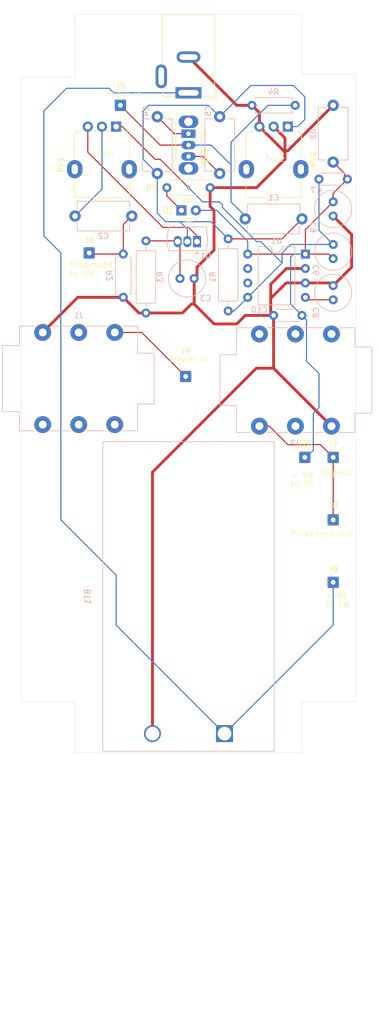
<source format=kicad_pcb>
(kicad_pcb (version 20240108) (generator "pcbnew") (generator_version "8.0")
  (layers (0 "F.Cu" signal) (31 "B.Cu" signal) (34 "B.Paste" user) (35 "F.Paste" user) (36 "B.SilkS" user "B.Silkscreen") (37 "F.SilkS" user "F.Silkscreen") (38 "B.Mask" user) (39 "F.Mask" user) (44 "Edge.Cuts" user))
  (net 0 "")
  (net 1 "+9V")
  (net 2 "0")
  (net 3 "Net-(C2-Pad2)")
  (net 4 "Audio In")
  (net 5 "Net-(SW1-C)")
  (net 6 "Net-(Q1-B)")
  (net 7 "Net-(Q1-C)")
  (net 8 "Net-(Q1-E)")
  (net 9 "Net-(SW1-A)")
  (net 12 "-9V")
  (net 13 "Net-(U1-CAP-)")
  (net 14 "Net-(D1-K)")
  (net 15 "Net-(J4-Pin_1)")
  (net 16 "Processed to SW")
  (net 17 "Power from 9V")
  (net 18 "Net-(J7-Pin_1)")
  (footprint "Connector_Wire:SolderWire-0.25sqmm_1x01_D0.65mm_OD2mm" (layer "F.Cu") (at 133 63.25)
    (property "Reference" "J6" (at 0 -2.2 0) (layer "F.SilkS"))
    (property "Value" "Processed to SW")
    (pad "1" thru_hole roundrect (at 0 0) (size 2 2) (drill 0.85) (layers "*.Cu" "*.Mask") (roundrect_rratio 0.125) (net 16 "Processed to SW"))
  )
  (footprint "Connector_Wire:SolderWire-0.25sqmm_1x01_D0.65mm_OD2mm" (layer "F.Cu") (at 138.5 37.25)
    (property "Reference" "J5" (at 0 -3.5 0) (layer "F.SilkS"))
    (property "Value" "Audio In")
    (pad "1" thru_hole roundrect (at 0 0) (size 2 2) (drill 0.85) (layers "*.Cu" "*.Mask") (roundrect_rratio 0.125) (net 4 "Audio In"))
  )
  (footprint "Button_Switch_THT:SW_Slide_SPDT_Straight_CK_OS102011MS2Q" (layer "F.Cu") (at 150.5 42.25 -90)
    (property "Reference" "SW1" (at 3.99 -2.99 90) (layer "F.SilkS"))
    (property "Value" "SW_Nidec_CAS-120A1")
    (fp_line (start -2.41 2.26) (end -2.41 1.95) (stroke (width 0.12)) (layer "F.SilkS"))
    (fp_line (start 6.41 2.26) (end -2.41 2.26) (stroke (width 0.12)) (layer "F.SilkS"))
    (fp_line (start 6.41 2.26) (end 6.41 1.95) (stroke (width 0.12)) (layer "F.SilkS"))
    (fp_line (start -2.41 -1.95) (end -2.41 -2.26) (stroke (width 0.12)) (layer "F.SilkS"))
    (fp_line (start -2.41 -2.26) (end 6.41 -2.26) (stroke (width 0.12)) (layer "F.SilkS"))
    (fp_line (start 6.41 -2.26) (end 6.41 -1.95) (stroke (width 0.12)) (layer "F.SilkS"))
    (fp_line (start 0 -2.46) (end 0.5 -2.96) (stroke (width 0.12)) (layer "F.SilkS"))
    (fp_line (start -0.5 -2.96) (end 0 -2.46) (stroke (width 0.12)) (layer "F.SilkS"))
    (fp_line (start 0.5 -2.96) (end -0.5 -2.96) (stroke (width 0.12)) (layer "F.SilkS"))
    (pad "" thru_hole oval (at -2.1 0 270) (size 2.2 3.5) (drill 1.5) (layers "*.Cu" "*.Mask"))
    (pad "" thru_hole oval (at 6.1 0 270) (size 2.2 3.5) (drill 1.5) (layers "*.Cu" "*.Mask"))
    (pad "1" thru_hole rect (at 0 0 270) (size 1.5 2.5) (drill 0.8) (layers "*.Cu" "*.Mask") (net 5 "Net-(SW1-C)"))
    (pad "2" thru_hole oval (at 2 0 270) (size 1.5 2.5) (drill 0.8) (layers "*.Cu" "*.Mask") (net 4 "Audio In"))
    (pad "3" thru_hole oval (at 4 0 270) (size 1.5 2.5) (drill 0.8) (layers "*.Cu" "*.Mask") (net 9 "Net-(SW1-A)"))
  )
  (footprint "LED_THT:LED_D3.0mm" (layer "F.Cu") (at 149.25 55.75)
    (property "Reference" "D1" (at -2.25 0 0) (layer "F.SilkS"))
    (property "Value" "LED")
    (fp_line (start -0.29 -1.236) (end -0.29 -1.08) (stroke (width 0.12)) (layer "F.SilkS"))
    (fp_line (start -0.29 1.08) (end -0.29 1.236) (stroke (width 0.12)) (layer "F.SilkS"))
    (fp_arc (start -0.29 -1.235516) (mid 1.366487 -1.987659) (end 2.942335 -1.078608) (stroke (width 0.12)) (layer "F.SilkS"))
    (fp_arc (start 0.229039 -1.08) (mid 1.270117 -1.5) (end 2.31113 -1.079837) (stroke (width 0.12)) (layer "F.SilkS"))
    (fp_arc (start 2.31113 1.079837) (mid 1.270117 1.5) (end 0.229039 1.08) (stroke (width 0.12)) (layer "F.SilkS"))
    (fp_arc (start 2.942335 1.078608) (mid 1.366487 1.987659) (end -0.29 1.235516) (stroke (width 0.12)) (layer "F.SilkS"))
    (pad "1" thru_hole rect (at 0 0) (size 1.8 1.8) (drill 0.9) (layers "*.Cu" "*.Mask") (net 14 "Net-(D1-K)"))
    (pad "2" thru_hole circle (at 2.54 0) (size 1.8 1.8) (drill 0.9) (layers "*.Cu" "*.Mask") (net 1 "+9V"))
  )
  (footprint "Connector_BarrelJack:BarrelJack_GCT_DCJ200-10-A_Horizontal" (layer "F.Cu") (at 150.5 35.05 180)
    (property "Reference" "J3" (hide yes))
    (property "Value" "Jack-DC")
    (fp_line (start 4.6 13.8) (end -4.6 13.8) (stroke (width 0.12)) (layer "F.SilkS"))
    (fp_line (start 4.6 5.2) (end 4.6 13.8) (stroke (width 0.12)) (layer "F.SilkS"))
    (fp_line (start 4.6 -0.7) (end 4.6 0.6) (stroke (width 0.12)) (layer "F.SilkS"))
    (fp_line (start 2.6 -0.7) (end 4.6 -0.7) (stroke (width 0.12)) (layer "F.SilkS"))
    (fp_line (start -3.2 -1) (end -4.9 -1) (stroke (width 0.12)) (layer "F.SilkS"))
    (fp_line (start -4.6 13.8) (end -4.6 -0.7) (stroke (width 0.12)) (layer "F.SilkS"))
    (fp_line (start -4.6 -0.7) (end -2.6 -0.7) (stroke (width 0.12)) (layer "F.SilkS"))
    (fp_line (start -4.9 -1) (end -4.9 0.3) (stroke (width 0.12)) (layer "F.SilkS"))
    (pad "1" thru_hole rect (at 0 0 180) (size 4.6 2) (drill oval 3.6 1) (layers "*.Cu" "*.Mask") (net 17 "Power from 9V"))
    (pad "2" thru_hole oval (at 0 6.3 180) (size 4.2 2) (drill oval 3.2 1) (layers "*.Cu" "*.Mask") (net 2 "0"))
    (pad "3" thru_hole oval (at 4.8 2.9 180) (size 2 4.2) (drill oval 1 3.2) (layers "*.Cu" "*.Mask"))
  )
  (footprint "Connector_Wire:SolderWire-0.25sqmm_1x01_D0.65mm_OD2mm" (layer "F.Cu") (at 176 99.25)
    (property "Reference" "J7" (at 0 -2.25 0) (layer "F.SilkS"))
    (property "Value" "Bypass")
    (pad "1" thru_hole roundrect (at 0 0) (size 2 2) (drill 0.85) (layers "*.Cu" "*.Mask") (roundrect_rratio 0.125) (net 18 "Net-(J7-Pin_1)"))
  )
  (footprint "Connector_Wire:SolderWire-0.25sqmm_1x01_D0.65mm_OD2mm" (layer "F.Cu") (at 176 110.25)
    (property "Reference" "J8" (at 0 -2.5 0) (layer "F.SilkS"))
    (property "Value" "Processed Out")
    (pad "1" thru_hole roundrect (at 0 0) (size 2 2) (drill 0.85) (layers "*.Cu" "*.Mask") (roundrect_rratio 0.125) (net 18 "Net-(J7-Pin_1)"))
  )
  (footprint "Resistor_THT:R_Axial_DIN0207_L6.3mm_D2.5mm_P7.62mm_Horizontal" (layer "F.Cu") (at 146.69 51.75)
    (property "Reference" "R5" (at -2.69 0 0) (layer "F.SilkS"))
    (property "Value" "10K")
    (fp_line (start 0.54 -1.37) (end 7.08 -1.37) (stroke (width 0.12)) (layer "F.SilkS"))
    (fp_line (start 0.54 -1.04) (end 0.54 -1.37) (stroke (width 0.12)) (layer "F.SilkS"))
    (fp_line (start 0.54 1.04) (end 0.54 1.37) (stroke (width 0.12)) (layer "F.SilkS"))
    (fp_line (start 0.54 1.37) (end 7.08 1.37) (stroke (width 0.12)) (layer "F.SilkS"))
    (fp_line (start 7.08 -1.37) (end 7.08 -1.04) (stroke (width 0.12)) (layer "F.SilkS"))
    (fp_line (start 7.08 1.37) (end 7.08 1.04) (stroke (width 0.12)) (layer "F.SilkS"))
    (pad "1" thru_hole circle (at 0 0) (size 1.6 1.6) (drill 0.8) (layers "*.Cu" "*.Mask") (net 14 "Net-(D1-K)"))
    (pad "2" thru_hole oval (at 7.62 0) (size 1.6 1.6) (drill 0.8) (layers "*.Cu" "*.Mask") (net 2 "0"))
  )
  (footprint "Connector_Wire:SolderWire-0.25sqmm_1x01_D0.65mm_OD2mm" (layer "F.Cu") (at 176 121.25)
    (property "Reference" "J9" (at 0 -2.2 0) (layer "F.SilkS"))
    (property "Value" "Power from 9V to SW")
    (pad "1" thru_hole roundrect (at 0 0) (size 2 2) (drill 0.85) (layers "*.Cu" "*.Mask") (roundrect_rratio 0.125) (net 17 "Power from 9V"))
  )
  (footprint "Potentiometer_THT:Potentiometer_Alpha_RD901F-40-00D_Single_Vertical" (layer "F.Cu") (at 137.75 41 -90)
    (property "Reference" "RV1" (at 6.71 9.75 90) (layer "F.SilkS"))
    (property "Value" "10KA")
    (fp_line (start 0.88 7.37) (end 5.6 7.37) (stroke (width 0.12)) (layer "F.SilkS"))
    (fp_line (start 0.88 7.37) (end 0.88 5.88) (stroke (width 0.12)) (layer "F.SilkS"))
    (fp_line (start 9.41 7.37) (end 12.47 7.37) (stroke (width 0.12)) (layer "F.SilkS"))
    (fp_line (start 12.47 7.37) (end 12.47 -2.37) (stroke (width 0.12)) (layer "F.SilkS"))
    (fp_line (start 0.88 4.16) (end 0.88 3.33) (stroke (width 0.12)) (layer "F.SilkS"))
    (fp_line (start 0.88 1.71) (end 0.88 1.18) (stroke (width 0.12)) (layer "F.SilkS"))
    (fp_line (start 0.88 -1.19) (end 0.88 -2.37) (stroke (width 0.12)) (layer "F.SilkS"))
    (fp_line (start 9.41 -2.37) (end 12.47 -2.37) (stroke (width 0.12)) (layer "F.SilkS"))
    (fp_line (start 0.88 -2.38) (end 5.6 -2.38) (stroke (width 0.12)) (layer "F.SilkS"))
    (pad "" thru_hole oval (at 7.5 -2.3) (size 2.72 3.24) (drill oval 1.1 1.8) (layers "*.Cu" "*.Mask"))
    (pad "" thru_hole oval (at 7.5 7.3) (size 2.72 3.24) (drill oval 1.1 1.8) (layers "*.Cu" "*.Mask"))
    (pad "1" thru_hole rect (at 0 0) (size 1.8 1.8) (drill 1) (layers "*.Cu" "*.Mask") (net 12 "-9V"))
    (pad "2" thru_hole circle (at 0 2.5) (size 1.8 1.8) (drill 1) (layers "*.Cu" "*.Mask") (net 3 "Net-(C2-Pad2)"))
    (pad "3" thru_hole circle (at 0 5) (size 1.8 1.8) (drill 1) (layers "*.Cu" "*.Mask") (net 7 "Net-(Q1-C)"))
  )
  (footprint "Connector_Wire:SolderWire-0.25sqmm_1x01_D0.65mm_OD2mm" (layer "F.Cu") (at 150 85)
    (property "Reference" "J4" (at 0 -4.5 0) (layer "F.SilkS"))
    (property "Value" "Signal In")
    (pad "1" thru_hole roundrect (at 0 0) (size 2 2) (drill 0.85) (layers "*.Cu" "*.Mask") (roundrect_rratio 0.125) (net 15 "Net-(J4-Pin_1)"))
  )
  (footprint "Connector_Wire:SolderWire-0.25sqmm_1x01_D0.65mm_OD2mm" (layer "F.Cu") (at 171 99.25)
    (property "Reference" "J10" (at 0 -2.5 0) (layer "F.SilkS"))
    (property "Value" "Power from SW to PS")
    (pad "1" thru_hole roundrect (at 0 0) (size 2 2) (drill 0.85) (layers "*.Cu" "*.Mask") (roundrect_rratio 0.125) (net 1 "+9V"))
  )
  (footprint "Potentiometer_THT:Potentiometer_Alpha_RD901F-40-00D_Single_Vertical" (layer "F.Cu") (at 168 41 -90)
    (property "Reference" "RV2" (at 5.75 -4.5 90) (layer "F.SilkS"))
    (property "Value" "100K")
    (fp_line (start 0.88 7.37) (end 5.6 7.37) (stroke (width 0.12)) (layer "F.SilkS"))
    (fp_line (start 0.88 7.37) (end 0.88 5.88) (stroke (width 0.12)) (layer "F.SilkS"))
    (fp_line (start 9.41 7.37) (end 12.47 7.37) (stroke (width 0.12)) (layer "F.SilkS"))
    (fp_line (start 12.47 7.37) (end 12.47 -2.37) (stroke (width 0.12)) (layer "F.SilkS"))
    (fp_line (start 0.88 4.16) (end 0.88 3.33) (stroke (width 0.12)) (layer "F.SilkS"))
    (fp_line (start 0.88 1.71) (end 0.88 1.18) (stroke (width 0.12)) (layer "F.SilkS"))
    (fp_line (start 0.88 -1.19) (end 0.88 -2.37) (stroke (width 0.12)) (layer "F.SilkS"))
    (fp_line (start 9.41 -2.37) (end 12.47 -2.37) (stroke (width 0.12)) (layer "F.SilkS"))
    (fp_line (start 0.88 -2.38) (end 5.6 -2.38) (stroke (width 0.12)) (layer "F.SilkS"))
    (pad "" thru_hole oval (at 7.5 -2.3) (size 2.72 3.24) (drill oval 1.1 1.8) (layers "*.Cu" "*.Mask"))
    (pad "" thru_hole oval (at 7.5 7.3) (size 2.72 3.24) (drill oval 1.1 1.8) (layers "*.Cu" "*.Mask"))
    (pad "1" thru_hole rect (at 0 0) (size 1.8 1.8) (drill 1) (layers "*.Cu" "*.Mask") (net 6 "Net-(Q1-B)"))
    (pad "2" thru_hole circle (at 0 2.5) (size 1.8 1.8) (drill 1) (layers "*.Cu" "*.Mask") (net 2 "0"))
    (pad "3" thru_hole circle (at 0 5) (size 1.8 1.8) (drill 1) (layers "*.Cu" "*.Mask") (net 2 "0"))
  )
  (footprint "Capacitor_THT:C_Disc_D4.3mm_W1.9mm_P5.00mm" (layer "B.Cu") (at 178.5 50.25 180)
    (property "Reference" "C7" (at 5.5 -2 0) (layer "B.SilkS") (effects (justify mirror)))
    (property "Value" "100n")
    (fp_line (start 4.77 1.07) (end 0.23 1.07) (stroke (width 0.12)) (layer "B.SilkS"))
    (fp_line (start 4.77 1.055) (end 4.77 1.07) (stroke (width 0.12)) (layer "B.SilkS"))
    (fp_line (start 4.77 -1.07) (end 4.77 -1.055) (stroke (width 0.12)) (layer "B.SilkS"))
    (fp_line (start 4.77 -1.07) (end 0.23 -1.07) (stroke (width 0.12)) (layer "B.SilkS"))
    (fp_line (start 0.23 1.055) (end 0.23 1.07) (stroke (width 0.12)) (layer "B.SilkS"))
    (fp_line (start 0.23 -1.07) (end 0.23 -1.055) (stroke (width 0.12)) (layer "B.SilkS"))
    (pad "1" thru_hole circle (at 0 0 180) (size 1.6 1.6) (drill 0.8) (layers "*.Cu" "*.Mask") (net 1 "+9V"))
    (pad "2" thru_hole circle (at 5 0 180) (size 1.6 1.6) (drill 0.8) (layers "*.Cu" "*.Mask") (net 12 "-9V"))
  )
  (footprint "Package_TO_SOT_THT:NEC_Molded_7x4x9mm" (layer "B.Cu") (at 152 61.25 180)
    (property "Reference" "Q1" (at -1.5 -2.5 0) (layer "B.SilkS") (effects (justify mirror)))
    (property "Value" "OC44")
    (fp_line (start 5.3 0) (end 5 -1.6) (stroke (width 0.12)) (layer "B.SilkS"))
    (fp_line (start 5 2.6) (end 5.3 0) (stroke (width 0.12)) (layer "B.SilkS"))
    (fp_line (start 5 -1.6) (end -1.6 -1.6) (stroke (width 0.12)) (layer "B.SilkS"))
    (fp_line (start 0.381 -2.159) (end -0.381 -2.159) (stroke (width 0.12)) (layer "B.SilkS"))
    (fp_line (start 0 -1.778) (end 0.381 -2.159) (stroke (width 0.12)) (layer "B.SilkS"))
    (fp_line (start -0.381 -2.159) (end 0 -1.778) (stroke (width 0.12)) (layer "B.SilkS"))
    (fp_line (start -1.6 -1.6) (end -1.9 0) (stroke (width 0.12)) (layer "B.SilkS"))
    (fp_line (start -1.65 2.6) (end 5 2.6) (stroke (width 0.12)) (layer "B.SilkS"))
    (fp_line (start -1.9 0) (end -1.65 2.6) (stroke (width 0.12)) (layer "B.SilkS"))
    (pad "1" thru_hole rect (at 0 0) (size 1.4 2) (drill 1) (layers "*.Cu" "*.Mask") (net 7 "Net-(Q1-C)"))
    (pad "2" thru_hole oval (at 1.7 0) (size 1.4 2) (drill 1) (layers "*.Cu" "*.Mask") (net 6 "Net-(Q1-B)"))
    (pad "3" thru_hole oval (at 3.4 0) (size 1.4 2) (drill 1) (layers "*.Cu" "*.Mask") (net 8 "Net-(Q1-E)"))
  )
  (footprint "Package_DIP:DIP-8_W10.16mm" (layer "B.Cu") (at 171.1 63.45 180)
    (property "Reference" "U1" (at 5.08 2.33 0) (layer "B.SilkS") (effects (justify mirror)))
    (property "Value" "MAX1044")
    (fp_line (start 8.315 1.33) (end 8.315 -8.95) (stroke (width 0.12)) (layer "B.SilkS"))
    (fp_line (start 8.315 -8.95) (end 1.845 -8.95) (stroke (width 0.12)) (layer "B.SilkS"))
    (fp_line (start 6.08 1.33) (end 8.315 1.33) (stroke (width 0.12)) (layer "B.SilkS"))
    (fp_line (start 1.845 1.33) (end 4.08 1.33) (stroke (width 0.12)) (layer "B.SilkS"))
    (fp_line (start 1.845 -8.95) (end 1.845 1.33) (stroke (width 0.12)) (layer "B.SilkS"))
    (fp_arc (start 4.08 1.33) (mid 5.08 0.33) (end 6.08 1.33) (stroke (width 0.12)) (layer "B.SilkS"))
    (pad "1" thru_hole rect (at 0 0 180) (size 1.6 1.6) (drill 0.8) (layers "*.Cu" "*.Mask") (net 1 "+9V"))
    (pad "2" thru_hole oval (at 0 -2.54 180) (size 1.6 1.6) (drill 0.8) (layers "*.Cu" "*.Mask") (net 2 "0"))
    (pad "3" thru_hole oval (at 0 -5.08 180) (size 1.6 1.6) (drill 0.8) (layers "*.Cu" "*.Mask") (net 2 "0"))
    (pad "4" thru_hole oval (at 0 -7.62 180) (size 1.6 1.6) (drill 0.8) (layers "*.Cu" "*.Mask") (net 13 "Net-(U1-CAP-)"))
    (pad "5" thru_hole oval (at 10.16 -7.62 180) (size 1.6 1.6) (drill 0.8) (layers "*.Cu" "*.Mask") (net 12 "-9V"))
    (pad "6" thru_hole oval (at 10.16 -5.08 180) (size 1.6 1.6) (drill 0.8) (layers "*.Cu" "*.Mask"))
    (pad "7" thru_hole oval (at 10.16 -2.54 180) (size 1.6 1.6) (drill 0.8) (layers "*.Cu" "*.Mask"))
    (pad "8" thru_hole oval (at 10.16 0 180) (size 1.6 1.6) (drill 0.8) (layers "*.Cu" "*.Mask") (net 1 "+9V"))
  )
  (footprint "Resistor_THT:R_Axial_DIN0309_L9.0mm_D3.2mm_P12.70mm_Horizontal" (layer "B.Cu") (at 157.5 73.472 90)
    (property "Reference" "R1" (at 5.972 -2.75 90) (layer "B.SilkS") (effects (justify mirror)))
    (property "Value" "470")
    (fp_line (start 10.97 -1.72) (end 1.73 -1.72) (stroke (width 0.12)) (layer "B.SilkS"))
    (fp_line (start 1.73 -1.72) (end 1.73 1.72) (stroke (width 0.12)) (layer "B.SilkS"))
    (fp_line (start 10.97 0) (end 11.66 0) (stroke (width 0.12)) (layer "B.SilkS"))
    (fp_line (start 1.73 0) (end 1.04 0) (stroke (width 0.12)) (layer "B.SilkS"))
    (fp_line (start 10.97 1.72) (end 10.97 -1.72) (stroke (width 0.12)) (layer "B.SilkS"))
    (fp_line (start 1.73 1.72) (end 10.97 1.72) (stroke (width 0.12)) (layer "B.SilkS"))
    (pad "1" thru_hole circle (at 0 0 90) (size 1.6 1.6) (drill 0.8) (layers "*.Cu" "*.Mask") (net 12 "-9V"))
    (pad "2" thru_hole oval (at 12.7 0 90) (size 1.6 1.6) (drill 0.8) (layers "*.Cu" "*.Mask") (net 6 "Net-(Q1-B)"))
  )
  (footprint "Capacitor_THT:C_Disc_D4.3mm_W1.9mm_P5.00mm" (layer "B.Cu") (at 165.5 74.25)
    (property "Reference" "C10" (at -2.5 -1 0) (layer "B.SilkS") (effects (justify mirror)))
    (property "Value" "100n")
    (fp_line (start 0.23 -1.07) (end 0.23 -1.055) (stroke (width 0.12)) (layer "B.SilkS"))
    (fp_line (start 0.23 1.055) (end 0.23 1.07) (stroke (width 0.12)) (layer "B.SilkS"))
    (fp_line (start 4.77 -1.07) (end 0.23 -1.07) (stroke (width 0.12)) (layer "B.SilkS"))
    (fp_line (start 4.77 -1.07) (end 4.77 -1.055) (stroke (width 0.12)) (layer "B.SilkS"))
    (fp_line (start 4.77 1.055) (end 4.77 1.07) (stroke (width 0.12)) (layer "B.SilkS"))
    (fp_line (start 4.77 1.07) (end 0.23 1.07) (stroke (width 0.12)) (layer "B.SilkS"))
    (pad "1" thru_hole circle (at 0 0) (size 1.6 1.6) (drill 0.8) (layers "*.Cu" "*.Mask") (net 2 "0"))
    (pad "2" thru_hole circle (at 5 0) (size 1.6 1.6) (drill 0.8) (layers "*.Cu" "*.Mask") (net 1 "+9V"))
  )
  (footprint "Resistor_THT:R_Axial_DIN0207_L6.3mm_D2.5mm_P7.62mm_Horizontal" (layer "B.Cu") (at 139 63.44 -90)
    (property "Reference" "R2" (at 3.81 2.37 90) (layer "B.SilkS") (effects (justify mirror)))
    (property "Value" "1M")
    (fp_line (start 0.54 1.37) (end 0.54 1.04) (stroke (width 0.12)) (layer "B.SilkS"))
    (fp_line (start 7.08 1.37) (end 0.54 1.37) (stroke (width 0.12)) (layer "B.SilkS"))
    (fp_line (start 7.08 1.04) (end 7.08 1.37) (stroke (width 0.12)) (layer "B.SilkS"))
    (fp_line (start 7.08 -1.04) (end 7.08 -1.37) (stroke (width 0.12)) (layer "B.SilkS"))
    (fp_line (start 0.54 -1.37) (end 0.54 -1.04) (stroke (width 0.12)) (layer "B.SilkS"))
    (fp_line (start 7.08 -1.37) (end 0.54 -1.37) (stroke (width 0.12)) (layer "B.SilkS"))
    (pad "1" thru_hole circle (at 0 0 270) (size 1.6 1.6) (drill 0.8) (layers "*.Cu" "*.Mask") (net 16 "Processed to SW"))
    (pad "2" thru_hole oval (at 7.62 0 270) (size 1.6 1.6) (drill 0.8) (layers "*.Cu" "*.Mask") (net 2 "0"))
  )
  (footprint "Capacitor_THT:C_Disc_D9.0mm_W5.0mm_P10.00mm" (layer "B.Cu") (at 145 49.25 90)
    (property "Reference" "C4" (at 11 -2 90) (layer "B.SilkS") (effects (justify mirror)))
    (property "Value" "10n")
    (fp_line (start 9.62 -2.62) (end 0.38 -2.62) (stroke (width 0.12)) (layer "B.SilkS"))
    (fp_line (start 9.62 -2.62) (end 9.62 -1.256) (stroke (width 0.12)) (layer "B.SilkS"))
    (fp_line (start 0.38 -2.62) (end 0.38 -1.256) (stroke (width 0.12)) (layer "B.SilkS"))
    (fp_line (start 9.62 1.256) (end 9.62 2.62) (stroke (width 0.12)) (layer "B.SilkS"))
    (fp_line (start 0.38 1.256) (end 0.38 2.62) (stroke (width 0.12)) (layer "B.SilkS"))
    (fp_line (start 9.62 2.62) (end 0.38 2.62) (stroke (width 0.12)) (layer "B.SilkS"))
    (pad "1" thru_hole circle (at 0 0 90) (size 2 2) (drill 1) (layers "*.Cu" "*.Mask") (net 6 "Net-(Q1-B)"))
    (pad "2" thru_hole circle (at 10 0 90) (size 2 2) (drill 1) (layers "*.Cu" "*.Mask") (net 5 "Net-(SW1-C)"))
  )
  (footprint "Capacitor_THT:C_Disc_D9.0mm_W5.0mm_P10.00mm" (layer "B.Cu") (at 140.5 56.75 180)
    (property "Reference" "C2" (at 5 -3.5 0) (layer "B.SilkS") (effects (justify mirror)))
    (property "Value" "10n")
    (fp_line (start 9.62 2.62) (end 0.38 2.62) (stroke (width 0.12)) (layer "B.SilkS"))
    (fp_line (start 9.62 1.256) (end 9.62 2.62) (stroke (width 0.12)) (layer "B.SilkS"))
    (fp_line (start 9.62 -2.62) (end 9.62 -1.256) (stroke (width 0.12)) (layer "B.SilkS"))
    (fp_line (start 9.62 -2.62) (end 0.38 -2.62) (stroke (width 0.12)) (layer "B.SilkS"))
    (fp_line (start 0.38 1.256) (end 0.38 2.62) (stroke (width 0.12)) (layer "B.SilkS"))
    (fp_line (start 0.38 -2.62) (end 0.38 -1.256) (stroke (width 0.12)) (layer "B.SilkS"))
    (pad "1" thru_hole circle (at 0 0 180) (size 2 2) (drill 1) (layers "*.Cu" "*.Mask") (net 16 "Processed to SW"))
    (pad "2" thru_hole circle (at 10 0 180) (size 2 2) (drill 1) (layers "*.Cu" "*.Mask") (net 3 "Net-(C2-Pad2)"))
  )
  (footprint "Capacitor_THT:C_Disc_D9.0mm_W5.0mm_P10.00mm" (layer "B.Cu") (at 156 39.25 -90)
    (property "Reference" "C5" (at -1 2 90) (layer "B.SilkS") (effects (justify mirror)))
    (property "Value" "5n")
    (fp_line (start 9.62 2.62) (end 0.38 2.62) (stroke (width 0.12)) (layer "B.SilkS"))
    (fp_line (start 0.38 1.256) (end 0.38 2.62) (stroke (width 0.12)) (layer "B.SilkS"))
    (fp_line (start 9.62 1.256) (end 9.62 2.62) (stroke (width 0.12)) (layer "B.SilkS"))
    (fp_line (start 0.38 -2.62) (end 0.38 -1.256) (stroke (width 0.12)) (layer "B.SilkS"))
    (fp_line (start 9.62 -2.62) (end 9.62 -1.256) (stroke (width 0.12)) (layer "B.SilkS"))
    (fp_line (start 9.62 -2.62) (end 0.38 -2.62) (stroke (width 0.12)) (layer "B.SilkS"))
    (pad "1" thru_hole circle (at 0 0 270) (size 2 2) (drill 1) (layers "*.Cu" "*.Mask") (net 6 "Net-(Q1-B)"))
    (pad "2" thru_hole circle (at 10 0 270) (size 2 2) (drill 1) (layers "*.Cu" "*.Mask") (net 9 "Net-(SW1-A)"))
  )
  (footprint "Resistor_THT:R_Axial_DIN0207_L6.3mm_D2.5mm_P7.62mm_Horizontal" (layer "B.Cu") (at 169.31 37.25 180)
    (property "Reference" "R4" (at 3.81 2.37 0) (layer "B.SilkS") (effects (justify mirror)))
    (property "Value" "1M")
    (fp_line (start 7.08 1.37) (end 0.54 1.37) (stroke (width 0.12)) (layer "B.SilkS"))
    (fp_line (start 7.08 1.04) (end 7.08 1.37) (stroke (width 0.12)) (layer "B.SilkS"))
    (fp_line (start 7.08 -1.04) (end 7.08 -1.37) (stroke (width 0.12)) (layer "B.SilkS"))
    (fp_line (start 7.08 -1.37) (end 0.54 -1.37) (stroke (width 0.12)) (layer "B.SilkS"))
    (fp_line (start 0.54 1.37) (end 0.54 1.04) (stroke (width 0.12)) (layer "B.SilkS"))
    (fp_line (start 0.54 -1.37) (end 0.54 -1.04) (stroke (width 0.12)) (layer "B.SilkS"))
    (pad "1" thru_hole circle (at 0 0 180) (size 1.6 1.6) (drill 0.8) (layers "*.Cu" "*.Mask") (net 4 "Audio In"))
    (pad "2" thru_hole oval (at 7.62 0 180) (size 1.6 1.6) (drill 0.8) (layers "*.Cu" "*.Mask") (net 2 "0"))
  )
  (footprint "Resistor_THT:R_Axial_DIN0309_L9.0mm_D3.2mm_P12.70mm_Horizontal" (layer "B.Cu") (at 143 61.122 -90)
    (property "Reference" "R3" (at 6.35 -2.5 90) (layer "B.SilkS") (effects (justify mirror)))
    (property "Value" "3.9K")
    (fp_line (start 1.73 1.72) (end 10.97 1.72) (stroke (width 0.12)) (layer "B.SilkS"))
    (fp_line (start 10.97 1.72) (end 10.97 -1.72) (stroke (width 0.12)) (layer "B.SilkS"))
    (fp_line (start 1.73 0) (end 1.04 0) (stroke (width 0.12)) (layer "B.SilkS"))
    (fp_line (start 10.97 0) (end 11.66 0) (stroke (width 0.12)) (layer "B.SilkS"))
    (fp_line (start 1.73 -1.72) (end 1.73 1.72) (stroke (width 0.12)) (layer "B.SilkS"))
    (fp_line (start 10.97 -1.72) (end 1.73 -1.72) (stroke (width 0.12)) (layer "B.SilkS"))
    (pad "1" thru_hole circle (at 0 0 270) (size 1.6 1.6) (drill 0.8) (layers "*.Cu" "*.Mask") (net 8 "Net-(Q1-E)"))
    (pad "2" thru_hole oval (at 12.7 0 270) (size 1.6 1.6) (drill 0.8) (layers "*.Cu" "*.Mask") (net 2 "0"))
  )
  (footprint "Battery:BatteryHolder_Eagle_12BH611-GR" (layer "B.Cu") (at 156.85 147.9 -90)
    (property "Reference" "BT1" (at -24.13 24.13 90) (layer "B.SilkS") (effects (justify mirror)))
    (property "Value" "9V")
    (fp_line (start -51.4 21.45) (end -51.4 -8.75) (stroke (width 0.12)) (layer "B.SilkS"))
    (fp_line (start 3.1 21.45) (end -51.4 21.45) (stroke (width 0.12)) (layer "B.SilkS"))
    (fp_line (start -51.4 -8.75) (end 3.1 -8.75) (stroke (width 0.12)) (layer "B.SilkS"))
    (fp_line (start 3.1 -8.75) (end 3.1 21.45) (stroke (width 0.12)) (layer "B.SilkS"))
    (pad "" np_thru_hole circle (at -38.9 17.45 270) (size 2.6 2.6) (drill 2.6) (layers "*.Cu" "*.Mask"))
    (pad "" np_thru_hole circle (at -24.15 -4.75 270) (size 2.6 2.6) (drill 2.6) (layers "*.Cu" "*.Mask"))
    (pad "" np_thru_hole circle (at -10.9 17.45 270) (size 2.6 2.6) (drill 2.6) (layers "*.Cu" "*.Mask"))
    (pad "1" thru_hole rect (at 0 0 270) (size 3 3) (drill 2.4) (layers "*.Cu" "*.Mask") (net 17 "Power from 9V"))
    (pad "2" thru_hole circle (at 0 12.7 270) (size 3 3) (drill 2.4) (layers "*.Cu" "*.Mask") (net 2 "0"))
  )
  (footprint "Capacitor_THT:C_Radial_D6.3mm_H11.0mm_P2.50mm" (layer "B.Cu") (at 176 64.25 90)
    (property "Reference" "C6" (at -2 -3 90) (layer "B.SilkS") (effects (justify mirror)))
    (property "Value" "47u")
    (fp_circle (center 1.25 0) (end 4.52 0) (stroke (width 0.12)) (fill none) (layer "B.SilkS"))
    (pad "1" thru_hole circle (at 0 0 90) (size 1.6 1.6) (drill 0.8) (layers "*.Cu" "*.Mask") (net 1 "+9V"))
    (pad "2" thru_hole circle (at 2.5 0 90) (size 1.6 1.6) (drill 0.8) (layers "*.Cu" "*.Mask") (net 12 "-9V"))
  )
  (footprint "Capacitor_THT:C_Radial_D6.3mm_H11.0mm_P2.50mm" (layer "B.Cu") (at 176 54.25 -90)
    (property "Reference" "C9" (at 4.5 3.5 90) (layer "B.SilkS") (effects (justify mirror)))
    (property "Value" "47u")
    (fp_circle (center 1.25 0) (end 4.52 0) (stroke (width 0.12)) (fill none) (layer "B.SilkS"))
    (pad "1" thru_hole circle (at 0 0 270) (size 1.6 1.6) (drill 0.8) (layers "*.Cu" "*.Mask") (net 1 "+9V"))
    (pad "2" thru_hole circle (at 2.5 0 270) (size 1.6 1.6) (drill 0.8) (layers "*.Cu" "*.Mask") (net 2 "0"))
  )
  (footprint "Capacitor_THT:C_Radial_D6.3mm_H11.0mm_P2.50mm" (layer "B.Cu") (at 176 69 -90)
    (property "Reference" "C8" (at 4.75 3 90) (layer "B.SilkS") (effects (justify mirror)))
    (property "Value" "47u")
    (fp_circle (center 1.25 0) (end 4.52 0) (stroke (width 0.12)) (fill none) (layer "B.SilkS"))
    (pad "1" thru_hole circle (at 0 0 270) (size 1.6 1.6) (drill 0.8) (layers "*.Cu" "*.Mask") (net 2 "0"))
    (pad "2" thru_hole circle (at 2.5 0 270) (size 1.6 1.6) (drill 0.8) (layers "*.Cu" "*.Mask") (net 13 "Net-(U1-CAP-)"))
  )
  (footprint "Connector_Audio:Jack_6.35mm_Neutrik_NMJ6HCD2_Horizontal" (layer "B.Cu") (at 137.5 77.25 180)
    (property "Reference" "J1" (at 6.35 3 0) (layer "B.SilkS") (effects (justify mirror)))
    (property "Value" "AudioJack2")
    (fp_line (start 19.82 -2.295) (end 19.82 -13.935) (stroke (width 0.12)) (layer "B.SilkS"))
    (fp_line (start 19.82 -2.295) (end 16.82 -2.295) (stroke (width 0.12)) (layer "B.SilkS"))
    (fp_line (start 19.82 -13.935) (end 16.82 -13.935) (stroke (width 0.12)) (layer "B.SilkS"))
    (fp_line (start 16.82 1.105) (end 16.82 -2.295) (stroke (width 0.12)) (layer "B.SilkS"))
    (fp_line (start 16.82 -13.935) (end 16.82 -17.335) (stroke (width 0.12)) (layer "B.SilkS"))
    (fp_line (start 14.1 1.105) (end 16.82 1.105) (stroke (width 0.12)) (layer "B.SilkS"))
    (fp_line (start 14.1 -17.335) (end 16.82 -17.335) (stroke (width 0.12)) (layer "B.SilkS"))
    (fp_line (start 11.3 1.105) (end 7.7 1.105) (stroke (width 0.12)) (layer "B.SilkS"))
    (fp_line (start 7.7 -17.335) (end 11.3 -17.335) (stroke (width 0.12)) (layer "B.SilkS"))
    (fp_line (start 5 1.105) (end 1.4 1.105) (stroke (width 0.12)) (layer "B.SilkS"))
    (fp_line (start 1.4 -17.335) (end 5 -17.335) (stroke (width 0.12)) (layer "B.SilkS"))
    (fp_line (start -1.4 1.105) (end -4.03 1.105) (stroke (width 0.12)) (layer "B.SilkS"))
    (fp_line (start -4.03 1.105) (end -4.03 -3.645) (stroke (width 0.12)) (layer "B.SilkS"))
    (fp_line (start -4.03 -3.645) (end -6.95 -3.645) (stroke (width 0.12)) (layer "B.SilkS"))
    (fp_line (start -4.03 -12.585) (end -4.03 -17.335) (stroke (width 0.12)) (layer "B.SilkS"))
    (fp_line (start -4.03 -12.585) (end -6.95 -12.585) (stroke (width 0.12)) (layer "B.SilkS"))
    (fp_line (start -4.03 -17.335) (end -1.4 -17.335) (stroke (width 0.12)) (layer "B.SilkS"))
    (fp_line (start -6.95 -3.645) (end -6.95 -12.545) (stroke (width 0.12)) (layer "B.SilkS"))
    (pad "R" thru_hole circle (at 6.35 0 180) (size 3 3) (drill 1.4) (layers "*.Cu" "*.Mask"))
    (pad "RN" thru_hole circle (at 6.35 -16.23 180) (size 3 3) (drill 1.4) (layers "*.Cu" "*.Mask"))
    (pad "S" thru_hole circle (at 12.7 0 180) (size 3 3) (drill 1.4) (layers "*.Cu" "*.Mask") (net 2 "0"))
    (pad "SN" thru_hole circle (at 12.7 -16.23 180) (size 3 3) (drill 1.4) (layers "*.Cu" "*.Mask"))
    (pad "T" thru_hole circle (at 0 0 180) (size 3 3) (drill 1.4) (layers "*.Cu" "*.Mask") (net 15 "Net-(J4-Pin_1)"))
    (pad "TN" thru_hole circle (at 0 -16.23 180) (size 3 3) (drill 1.4) (layers "*.Cu" "*.Mask"))
  )
  (footprint "Capacitor_THT:C_Disc_D9.0mm_W5.0mm_P10.00mm" (layer "B.Cu") (at 176 47.25 90)
    (property "Reference" "D2" (at 5 -3.5 90) (layer "B.SilkS") (effects (justify mirror)))
    (property "Value" "D1N4148")
    (fp_line (start 9.62 -2.62) (end 0.38 -2.62) (stroke (width 0.12)) (layer "B.SilkS"))
    (fp_line (start 9.62 -2.62) (end 9.62 -1.256) (stroke (width 0.12)) (layer "B.SilkS"))
    (fp_line (start 0.38 -2.62) (end 0.38 -1.256) (stroke (width 0.12)) (layer "B.SilkS"))
    (fp_line (start 9.62 1.256) (end 9.62 2.62) (stroke (width 0.12)) (layer "B.SilkS"))
    (fp_line (start 0.38 1.256) (end 0.38 2.62) (stroke (width 0.12)) (layer "B.SilkS"))
    (fp_line (start 9.62 2.62) (end 0.38 2.62) (stroke (width 0.12)) (layer "B.SilkS"))
    (pad "1" thru_hole circle (at 0 0 90) (size 2 2) (drill 1) (layers "*.Cu" "*.Mask") (net 1 "+9V"))
    (pad "2" thru_hole circle (at 10 0 90) (size 2 2) (drill 1) (layers "*.Cu" "*.Mask") (net 2 "0"))
  )
  (footprint "Capacitor_THT:C_Disc_D9.0mm_W5.0mm_P10.00mm" (layer "B.Cu") (at 170.5 57.25 180)
    (property "Reference" "C1" (at 5 3.75 0) (layer "B.SilkS") (effects (justify mirror)))
    (property "Value" "5n")
    (fp_line (start 9.62 2.62) (end 0.38 2.62) (stroke (width 0.12)) (layer "B.SilkS"))
    (fp_line (start 9.62 1.256) (end 9.62 2.62) (stroke (width 0.12)) (layer "B.SilkS"))
    (fp_line (start 9.62 -2.62) (end 9.62 -1.256) (stroke (width 0.12)) (layer "B.SilkS"))
    (fp_line (start 9.62 -2.62) (end 0.38 -2.62) (stroke (width 0.12)) (layer "B.SilkS"))
    (fp_line (start 0.38 1.256) (end 0.38 2.62) (stroke (width 0.12)) (layer "B.SilkS"))
    (fp_line (start 0.38 -2.62) (end 0.38 -1.256) (stroke (width 0.12)) (layer "B.SilkS"))
    (pad "1" thru_hole circle (at 0 0 180) (size 2 2) (drill 1) (layers "*.Cu" "*.Mask") (net 6 "Net-(Q1-B)"))
    (pad "2" thru_hole circle (at 10 0 180) (size 2 2) (drill 1) (layers "*.Cu" "*.Mask") (net 4 "Audio In"))
  )
  (footprint "Connector_Audio:Jack_6.35mm_Neutrik_NMJ6HCD2_Horizontal" (layer "B.Cu") (at 163 93.75)
    (property "Reference" "J2" (at 6.35 3 0) (layer "B.SilkS") (effects (justify mirror)))
    (property "Value" "AudioJack2")
    (fp_line (start -6.95 -3.645) (end -6.95 -12.545) (stroke (width 0.12)) (layer "B.SilkS"))
    (fp_line (start -4.03 -17.335) (end -1.4 -17.335) (stroke (width 0.12)) (layer "B.SilkS"))
    (fp_line (start -4.03 -12.585) (end -6.95 -12.585) (stroke (width 0.12)) (layer "B.SilkS"))
    (fp_line (start -4.03 -12.585) (end -4.03 -17.335) (stroke (width 0.12)) (layer "B.SilkS"))
    (fp_line (start -4.03 -3.645) (end -6.95 -3.645) (stroke (width 0.12)) (layer "B.SilkS"))
    (fp_line (start -4.03 1.105) (end -4.03 -3.645) (stroke (width 0.12)) (layer "B.SilkS"))
    (fp_line (start -1.4 1.105) (end -4.03 1.105) (stroke (width 0.12)) (layer "B.SilkS"))
    (fp_line (start 1.4 -17.335) (end 5 -17.335) (stroke (width 0.12)) (layer "B.SilkS"))
    (fp_line (start 5 1.105) (end 1.4 1.105) (stroke (width 0.12)) (layer "B.SilkS"))
    (fp_line (start 7.7 -17.335) (end 11.3 -17.335) (stroke (width 0.12)) (layer "B.SilkS"))
    (fp_line (start 11.3 1.105) (end 7.7 1.105) (stroke (width 0.12)) (layer "B.SilkS"))
    (fp_line (start 14.1 -17.335) (end 16.82 -17.335) (stroke (width 0.12)) (layer "B.SilkS"))
    (fp_line (start 14.1 1.105) (end 16.82 1.105) (stroke (width 0.12)) (layer "B.SilkS"))
    (fp_line (start 16.82 -13.935) (end 16.82 -17.335) (stroke (width 0.12)) (layer "B.SilkS"))
    (fp_line (start 16.82 1.105) (end 16.82 -2.295) (stroke (width 0.12)) (layer "B.SilkS"))
    (fp_line (start 19.82 -13.935) (end 16.82 -13.935) (stroke (width 0.12)) (layer "B.SilkS"))
    (fp_line (start 19.82 -2.295) (end 16.82 -2.295) (stroke (width 0.12)) (layer "B.SilkS"))
    (fp_line (start 19.82 -2.295) (end 19.82 -13.935) (stroke (width 0.12)) (layer "B.SilkS"))
    (pad "R" thru_hole circle (at 6.35 0) (size 3 3) (drill 1.4) (layers "*.Cu" "*.Mask"))
    (pad "RN" thru_hole circle (at 6.35 -16.23) (size 3 3) (drill 1.4) (layers "*.Cu" "*.Mask"))
    (pad "S" thru_hole circle (at 12.7 0) (size 3 3) (drill 1.4) (layers "*.Cu" "*.Mask") (net 2 "0"))
    (pad "SN" thru_hole circle (at 12.7 -16.23) (size 3 3) (drill 1.4) (layers "*.Cu" "*.Mask"))
    (pad "T" thru_hole circle (at 0 0) (size 3 3) (drill 1.4) (layers "*.Cu" "*.Mask") (net 18 "Net-(J7-Pin_1)"))
    (pad "TN" thru_hole circle (at 0 -16.23) (size 3 3) (drill 1.4) (layers "*.Cu" "*.Mask"))
  )
  (footprint "Capacitor_THT:C_Radial_D6.3mm_H11.0mm_P2.50mm" (layer "B.Cu") (at 151.5 67.75 180)
    (property "Reference" "C3" (at -2 -3.5 0) (layer "B.SilkS") (effects (justify mirror)))
    (property "Value" "47u")
    (fp_circle (center 1.25 0) (end 4.52 0) (stroke (width 0.12)) (fill none) (layer "B.SilkS"))
    (pad "1" thru_hole circle (at 0 0 180) (size 1.6 1.6) (drill 0.8) (layers "*.Cu" "*.Mask") (net 2 "0"))
    (pad "2" thru_hole circle (at 2.5 0 180) (size 1.6 1.6) (drill 0.8) (layers "*.Cu" "*.Mask") (net 8 "Net-(Q1-E)"))
  )
  (gr_poly (pts (xy 121 32.25) (xy 130.5 32.25) (xy 130.5 21.25) (xy 170.5 21.25) (xy 170.5 31.75) (xy 180 31.75) (xy 180 142.25) (xy 170.5 142.25) (xy 170.5 151.25) (xy 130.5 151.25) (xy 130.5 142.25) (xy 121 142.25)) (stroke (width 0.05)) (fill none) (layer "Edge.Cuts"))
  (gr_text "Level" (at 133.5 46.25 0) (layer "F.SilkS") (effects (font (size 1 1) (thickness 0.1)) (justify left bottom)))
  (gr_text "Audio In" (at 136 35.75 0) (layer "F.SilkS") (effects (font (size 1 1) (thickness 0.1)) (justify left bottom)))
  (gr_text "+ SW \nto PS" (at 168.5 104.5 0) (layer "F.SilkS") (effects (font (size 1 1) (thickness 0.1)) (justify left bottom)))
  (gr_text "Tone" (at 164 47.25 0) (layer "F.SilkS") (effects (font (size 1 1) (thickness 0.1)) (justify left bottom)))
  (gr_text "Bypass" (at 174 102.5 0) (layer "F.SilkS") (effects (font (size 1 1) (thickness 0.1)) (justify left bottom)))
  (gr_text "Processed\nto SW" (at 129.5 67.5 0) (layer "F.SilkS") (effects (font (size 1 1) (thickness 0.1)) (justify left bottom)))
  (gr_text "Processed Out" (at 168.5 113.25 0) (layer "F.SilkS") (effects (font (size 1 1) (thickness 0.1)) (justify left bottom)))
  (gr_text "Signal In" (at 147 82.5 0) (layer "F.SilkS") (effects (font (size 1 1) (thickness 0.1)) (justify left bottom)))
  (gr_text "+ 9V \nto SW" (at 174.5 125.75 0) (layer "F.SilkS") (effects (font (size 1 1) (thickness 0.1)) (justify left bottom)))
  (segment (start 171.1 63.45) (end 175.2 63.45) (width 0.2) (layer "F.Cu") (net 1))
  (segment (start 171.1 63.45) (end 160.94 63.45) (width 0.2) (layer "F.Cu") (net 1))
  (segment (start 176 52.75) (end 178.5 50.25) (width 0.2) (layer "F.Cu") (net 1))
  (segment (start 176 54.25) (end 171.1 59.15) (width 0.2) (layer "F.Cu") (net 1))
  (segment (start 178.5 50.25) (end 178 49.75) (width 0.2) (layer "F.Cu") (net 1))
  (segment (start 176 54.25) (end 176 52.75) (width 0.2) (layer "F.Cu") (net 1))
  (segment (start 178 49.25) (end 176 47.25) (width 0.2) (layer "F.Cu") (net 1))
  (segment (start 171.1 59.15) (end 171.1 63.45) (width 0.2) (layer "F.Cu") (net 1))
  (segment (start 175.2 63.45) (end 176 64.25) (width 0.2) (layer "F.Cu") (net 1))
  (segment (start 178 49.75) (end 178 49.25) (width 0.2) (layer "F.Cu") (net 1))
  (segment (start 160.94 63.45) (end 160.94 61.19) (width 0.2) (layer "B.Cu") (net 1))
  (segment (start 168.5 64) (end 169.05 63.45) (width 0.2) (layer "B.Cu") (net 1))
  (segment (start 169.05 63.45) (end 171.1 63.45) (width 0.2) (layer "B.Cu") (net 1))
  (segment (start 170.5 74.25) (end 171.299999 75.049999) (width 0.2) (layer "B.Cu") (net 1))
  (segment (start 155.5 55.75) (end 151.79 55.75) (width 0.2) (layer "B.Cu") (net 1))
  (segment (start 170.5 74.25) (end 168.5 72.25) (width 0.2) (layer "B.Cu") (net 1))
  (segment (start 172.5 98) (end 171.25 99.25) (width 0.2) (layer "B.Cu") (net 1))
  (segment (start 172.5 91.5) (end 172.5 98) (width 0.2) (layer "B.Cu") (net 1))
  (segment (start 171.299999 82.299999) (end 173.5 84.5) (width 0.2) (layer "B.Cu") (net 1))
  (segment (start 171.25 99.25) (end 171 99.25) (width 0.2) (layer "B.Cu") (net 1))
  (segment (start 173.5 90.5) (end 172.5 91.5) (width 0.2) (layer "B.Cu") (net 1))
  (segment (start 168.5 72.25) (end 168.5 64) (width 0.2) (layer "B.Cu") (net 1))
  (segment (start 173.5 84.5) (end 173.5 90.5) (width 0.2) (layer "B.Cu") (net 1))
  (segment (start 171.299999 75.049999) (end 171.299999 82.299999) (width 0.2) (layer "B.Cu") (net 1))
  (segment (start 160.94 61.19) (end 155.5 55.75) (width 0.2) (layer "B.Cu") (net 1))
  (segment (start 152 67.25) (end 152 65.75) (width 0.5) (layer "F.Cu") (net 2))
  (segment (start 151.5 72.25) (end 151.5 67.75) (width 0.5) (layer "F.Cu") (net 2))
  (segment (start 167.5 46.75) (end 167.5 45.5) (width 0.5) (layer "F.Cu") (net 2))
  (segment (start 139 71.06) (end 130.99 71.06) (width 0.5) (layer "F.Cu") (net 2))
  (segment (start 163 41) (end 163 38.56) (width 0.5) (layer "F.Cu") (net 2))
  (segment (start 171.1 68.53) (end 175.53 68.53) (width 0.5) (layer "F.Cu") (net 2))
  (segment (start 167.5 43) (end 165.5 41) (width 0.5) (layer "F.Cu") (net 2))
  (segment (start 162.5 51.75) (end 167.5 46.75) (width 0.5) (layer "F.Cu") (net 2))
  (segment (start 154.31 55.06) (end 154.31 51.75) (width 0.5) (layer "F.Cu") (net 2))
  (segment (start 162.45 83.55) (end 144.15 101.85) (width 0.5) (layer "F.Cu") (net 2))
  (segment (start 167.5 46.75) (end 167.5 45.25) (width 0.5) (layer "F.Cu") (net 2))
  (segment (start 176 69) (end 179.25 65.75) (width 0.5) (layer "F.Cu") (net 2))
  (segment (start 165 71.25) (end 167.72 68.53) (width 0.5) (layer "F.Cu") (net 2))
  (segment (start 167.5 45.25) (end 168 45.25) (width 0.5) (layer "F.Cu") (net 2))
  (segment (start 175.53 68.53) (end 176 69) (width 0.5) (layer "F.Cu") (net 2))
  (segment (start 165.5 83.55) (end 162.45 83.55) (width 0.5) (layer "F.Cu") (net 2))
  (segment (start 179.25 65.75) (end 179.25 60) (width 0.5) (layer "F.Cu") (net 2))
  (segment (start 167.5 45.5) (end 163 41) (width 0.5) (layer "F.Cu") (net 2))
  (segment (start 125 77.05) (end 124.8 77.25) (width 0.2) (layer "F.Cu") (net 2))
  (segment (start 141.762 73.822) (end 139 71.06) (width 0.5) (layer "F.Cu") (net 2))
  (segment (start 165.5 83.55) (end 175.7 93.75) (width 0.5) (layer "F.Cu") (net 2))
  (segment (start 160.5 74.25) (end 165.5 74.25) (width 0.5) (layer "F.Cu") (net 2))
  (segment (start 160.5 74.25) (end 159 75.75) (width 0.5) (layer "F.Cu") (net 2))
  (segment (start 130.99 71.06) (end 124.8 77.25) (width 0.5) (layer "F.Cu") (net 2))
  (segment (start 159 75.75) (end 155 75.75) (width 0.5) (layer "F.Cu") (net 2))
  (segment (start 151 72.25) (end 149.428 73.822) (width 0.5) (layer "F.Cu") (net 2))
  (segment (start 161.69 37.25) (end 159 37.25) (width 0.5) (layer "F.Cu") (net 2))
  (segment (start 165.5 74.25) (end 165.5 83.55) (width 0.5) (layer "F.Cu") (net 2))
  (segment (start 143 73.822) (end 141.762 73.822) (width 0.5) (layer "F.Cu") (net 2))
  (segment (start 179.25 60) (end 176 56.75) (width 0.5) (layer "F.Cu") (net 2))
  (segment (start 165 68.75) (end 167.76 65.99) (width 0.5) (layer "F.Cu") (net 2))
  (segment (start 163 38.56) (end 161.69 37.25) (width 0.5) (layer "F.Cu") (net 2))
  (segment (start 154.31 51.75) (end 162.5 51.75) (width 0.5) (layer "F.Cu") (net 2))
  (segment (start 152 65.75) (end 155 62.75) (width 0.5) (layer "F.Cu") (net 2))
  (segment (start 144.15 101.85) (end 144.15 147.9) (width 0.5) (layer "F.Cu") (net 2))
  (segment (start 155 55.75) (end 154.31 55.06) (width 0.5) (layer "F.Cu") (net 2))
  (segment (start 151.5 72.25) (end 151 72.25) (width 0.5) (layer "F.Cu") (net 2))
  (segment (start 159 37.25) (end 150.5 28.75) (width 0.5) (layer "F.Cu") (net 2))
  (segment (start 155 75.75) (end 151.5 72.25) (width 0.5) (layer "F.Cu") (net 2))
  (segment (start 167.76 65.99) (end 171.1 65.99) (width 0.5) (layer "F.Cu") (net 2))
  (segment (start 149.428 73.822) (end 143 73.822) (width 0.5) (layer "F.Cu") (net 2))
  (segment (start 165 74.25) (end 165 71.25) (width 0.5) (layer "F.Cu") (net 2))
  (segment (start 167.5 45.25) (end 167.5 43) (width 0.5) (layer "F.Cu") (net 2))
  (segment (start 151.5 67.75) (end 152 67.25) (width 0.5) (layer "F.Cu") (net 2))
  (segment (start 167.72 68.53) (end 171.1 68.53) (width 0.5) (layer "F.Cu") (net 2))
  (segment (start 165 74.25) (end 165 68.75) (width 0.5) (layer "F.Cu") (net 2))
  (segment (start 155 62.75) (end 155 55.75) (width 0.5) (layer "F.Cu") (net 2))
  (segment (start 168 45.25) (end 176 37.25) (width 0.5) (layer "F.Cu") (net 2))
  (segment (start 130.5 56.75) (end 135.25 52) (width 0.2) (layer "B.Cu") (net 3))
  (segment (start 135.25 52) (end 135.25 41) (width 0.2) (layer "B.Cu") (net 3))
  (segment (start 150.5 44.25) (end 145.5 44.25) (width 0.2) (layer "F.Cu") (net 4))
  (segment (start 145.5 44.25) (end 138.5 37.25) (width 0.2) (layer "F.Cu") (net 4))
  (segment (start 158 47.75) (end 154.5 44.25) (width 0.2) (layer "B.Cu") (net 4))
  (segment (start 158 43.75) (end 158 47.75) (width 0.2) (layer "B.Cu") (net 4))
  (segment (start 169.31 37.25) (end 164.5 37.25) (width 0.2) (layer "B.Cu") (net 4))
  (segment (start 160.5 57.25) (end 160.5 56.75) (width 0.2) (layer "B.Cu") (net 4))
  (segment (start 158 54.25) (end 158 47.75) (width 0.2) (layer "B.Cu") (net 4))
  (segment (start 164.5 37.25) (end 158 43.75) (width 0.2) (layer "B.Cu") (net 4))
  (segment (start 154.5 44.25) (end 150.5 44.25) (width 0.2) (layer "B.Cu") (net 4))
  (segment (start 160.5 56.75) (end 158 54.25) (width 0.2) (layer "B.Cu") (net 4))
  (segment (start 145 39.25) (end 148 42.25) (width 0.2) (layer "F.Cu") (net 5))
  (segment (start 148 42.25) (end 150.5 42.25) (width 0.2) (layer "F.Cu") (net 5))
  (segment (start 166.978 60.772) (end 170.5 57.25) (width 0.2) (layer "F.Cu") (net 6))
  (segment (start 157.5 60.772) (end 166.978 60.772) (width 0.2) (layer "F.Cu") (net 6))
  (segment (start 142.5 46.75) (end 145 49.25) (width 0.2) (layer "B.Cu") (net 6))
  (segment (start 161.5 33.75) (end 169 33.75) (width 0.2) (layer "B.Cu") (net 6))
  (segment (start 142.5 38.25) (end 142.5 46.75) (width 0.2) (layer "B.Cu") (net 6))
  (segment (start 154 37.25) (end 143.5 37.25) (width 0.2) (layer "B.Cu") (net 6))
  (segment (start 169 33.75) (end 171 35.75) (width 0.2) (layer "B.Cu") (net 6))
  (segment (start 143.5 37.25) (end 142.5 38.25) (width 0.2) (layer "B.Cu") (net 6))
  (segment (start 150.3 61.25) (end 150.3 59.05) (width 0.2) (layer "B.Cu") (net 6))
  (segment (start 171 39.75) (end 169.75 41) (width 0.2) (layer "B.Cu") (net 6))
  (segment (start 149 57.75) (end 146.5 57.75) (width 0.2) (layer "B.Cu") (net 6))
  (segment (start 146.5 57.75) (end 145 56.25) (width 0.2) (layer "B.Cu") (net 6))
  (segment (start 157.5 60.772) (end 154.478 57.75) (width 0.2) (layer "B.Cu") (net 6))
  (segment (start 171 35.75) (end 171 39.75) (width 0.2) (layer "B.Cu") (net 6))
  (segment (start 150.3 59.05) (end 149 57.75) (width 0.2) (layer "B.Cu") (net 6))
  (segment (start 145 56.25) (end 145 49.25) (width 0.2) (layer "B.Cu") (net 6))
  (segment (start 169.75 41) (end 168 41) (width 0.2) (layer "B.Cu") (net 6))
  (segment (start 156 39.25) (end 161.5 33.75) (width 0.2) (layer "B.Cu") (net 6))
  (segment (start 154.478 57.75) (end 149 57.75) (width 0.2) (layer "B.Cu") (net 6))
  (segment (start 156 39.25) (end 154 37.25) (width 0.2) (layer "B.Cu") (net 6))
  (segment (start 132.75 45.5) (end 146 58.75) (width 0.2) (layer "F.Cu") (net 7))
  (segment (start 152 60.25) (end 152 61.25) (width 0.2) (layer "F.Cu") (net 7))
  (segment (start 132.75 41) (end 132.75 45.5) (width 0.2) (layer "F.Cu") (net 7))
  (segment (start 146 58.75) (end 150.5 58.75) (width 0.2) (layer "F.Cu") (net 7))
  (segment (start 150.5 58.75) (end 152 60.25) (width 0.2) (layer "F.Cu") (net 7))
  (segment (start 149 62.05) (end 149 67.75) (width 0.2) (layer "F.Cu") (net 8))
  (segment (start 148.6 61.25) (end 148.6 61.65) (width 0.2) (layer "F.Cu") (net 8))
  (segment (start 148.6 61.65) (end 149 62.05) (width 0.2) (layer "F.Cu") (net 8))
  (segment (start 148.472 61.122) (end 148.6 61.25) (width 0.2) (layer "F.Cu") (net 8))
  (segment (start 143 61.122) (end 148.472 61.122) (width 0.2) (layer "F.Cu") (net 8))
  (segment (start 150.5 46.25) (end 153 46.25) (width 0.2) (layer "F.Cu") (net 9))
  (segment (start 153 46.25) (end 156 49.25) (width 0.2) (layer "F.Cu") (net 9))
  (segment (start 138.85 41) (end 144.6 46.75) (width 0.2) (layer "F.Cu") (net 12))
  (segment (start 137.75 41) (end 138.85 41) (width 0.2) (layer "F.Cu") (net 12))
  (segment (start 145.5 46.75) (end 150.5 51.75) (width 0.2) (layer "F.Cu") (net 12))
  (segment (start 144.6 46.75) (end 145.5 46.75) (width 0.2) (layer "F.Cu") (net 12))
  (via (at 150.5 51.75) (size 0.6) (drill 0.3) (layers "F.Cu" "B.Cu") (net 12))
  (segment (start 156.5 55.25) (end 162.5 61.25) (width 0.2) (layer "B.Cu") (net 12))
  (segment (start 158.538 73.472) (end 157.5 73.472) (width 0.2) (layer "B.Cu") (net 12))
  (segment (start 173.5 59.25) (end 173.5 50.25) (width 0.2) (layer "B.Cu") (net 12))
  (segment (start 176 61.75) (end 173.5 59.25) (width 0.2) (layer "B.Cu") (net 12))
  (segment (start 163.24 61.25) (end 167 65.01) (width 0.2) (layer "B.Cu") (net 12))
  (segment (start 167 63.25) (end 167 65.01) (width 0.2) (layer "B.Cu") (net 12))
  (segment (start 162.5 61.25) (end 163.24 61.25) (width 0.2) (layer "B.Cu") (net 12))
  (segment (start 176 61.75) (end 168.5 61.75) (width 0.2) (layer "B.Cu") (net 12))
  (segment (start 153 54.25) (end 156 54.25) (width 0.2) (layer "B.Cu") (net 12))
  (segment (start 156 54.25) (end 156.5 54.75) (width 0.2) (layer "B.Cu") (net 12))
  (segment (start 167 65.01) (end 160.94 71.07) (width 0.2) (layer "B.Cu") (net 12))
  (segment (start 168.5 61.75) (end 167 63.25) (width 0.2) (layer "B.Cu") (net 12))
  (segment (start 160.94 71.07) (end 158.538 73.472) (width 0.2) (layer "B.Cu") (net 12))
  (segment (start 150.5 51.75) (end 153 54.25) (width 0.2) (layer "B.Cu") (net 12))
  (segment (start 156.5 54.75) (end 156.5 55.25) (width 0.2) (layer "B.Cu") (net 12))
  (segment (start 176 71.5) (end 171.53 71.5) (width 0.2) (layer "F.Cu") (net 13))
  (segment (start 171.53 71.5) (end 171.1 71.07) (width 0.2) (layer "F.Cu") (net 13))
  (segment (start 146.69 53.19) (end 149.25 55.75) (width 0.2) (layer "F.Cu") (net 14))
  (segment (start 146.69 51.75) (end 146.69 53.19) (width 0.2) (layer "F.Cu") (net 14))
  (segment (start 137.5 77.25) (end 142.25 77.25) (width 0.2) (layer "F.Cu") (net 15))
  (segment (start 142.25 77.25) (end 150 85) (width 0.2) (layer "F.Cu") (net 15))
  (segment (start 139 63.44) (end 139 58.25) (width 0.2) (layer "F.Cu") (net 16))
  (segment (start 139 58.25) (end 140.5 56.75) (width 0.2) (layer "F.Cu") (net 16))
  (segment (start 133.19 63.44) (end 133 63.25) (width 0.2) (layer "F.Cu") (net 16))
  (segment (start 139 63.44) (end 133.19 63.44) (width 0.2) (layer "F.Cu") (net 16))
  (segment (start 137.75 128.8) (end 137.75 120) (width 0.2) (layer "B.Cu") (net 17))
  (segment (start 176 128.75) (end 156.85 147.9) (width 0.2) (layer "B.Cu") (net 17))
  (segment (start 136.5 34.25) (end 137.3 35.05) (width 0.2) (layer "B.Cu") (net 17))
  (segment (start 156.85 147.9) (end 137.75 128.8) (width 0.2) (layer "B.Cu") (net 17))
  (segment (start 129 34.25) (end 136.5 34.25) (width 0.2) (layer "B.Cu") (net 17))
  (segment (start 125 60.25) (end 125 38.25) (width 0.2) (layer "B.Cu") (net 17))
  (segment (start 137.3 35.05) (end 150.5 35.05) (width 0.2) (layer "B.Cu") (net 17))
  (segment (start 125 38.25) (end 129 34.25) (width 0.2) (layer "B.Cu") (net 17))
  (segment (start 128 63.25) (end 125 60.25) (width 0.2) (layer "B.Cu") (net 17))
  (segment (start 128 110.25) (end 128 63.25) (width 0.2) (layer "B.Cu") (net 17))
  (segment (start 176 128.75) (end 176 121.25) (width 0.2) (layer "B.Cu") (net 17))
  (segment (start 137.75 120) (end 128 110.25) (width 0.2) (layer "B.Cu") (net 17))
  (segment (start 176 99.25) (end 173.75 97) (width 0.2) (layer "F.Cu") (net 18))
  (segment (start 168 97) (end 164.75 93.75) (width 0.2) (layer "F.Cu") (net 18))
  (segment (start 164.75 93.75) (end 163 93.75) (width 0.2) (layer "F.Cu") (net 18))
  (segment (start 176 99.25) (end 176 98.5) (width 0.2) (layer "F.Cu") (net 18))
  (segment (start 176 110.25) (end 176 99.25) (width 0.2) (layer "F.Cu") (net 18))
  (segment (start 173.75 97) (end 168 97) (width 0.2) (layer "F.Cu") (net 18))
)
</source>
